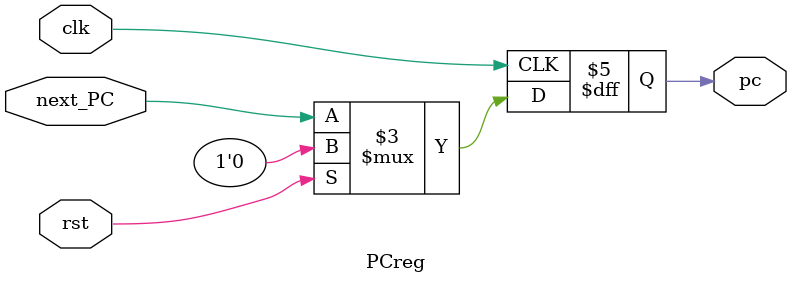
<source format=sv>
module PCreg(
    input logic clk,
    input logic rst,
    input logic next_PC,
    output logic pc
);

always_ff @( posedge clk ) 
if (rst) pc<= 1'b0;
else pc<= next_PC;

endmodule

</source>
